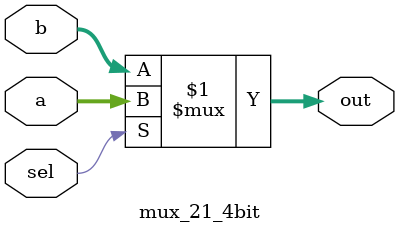
<source format=v>
module mux_21_bit (

    input sel,a,b,
    output out
);
assign out = sel ? a : b ;
    
endmodule

module mux_21_4bit (

    input sel,
    input [3:0] a,
    input [3:0] b,
    output[3:0] out
);
assign out = sel ? a : b ;
    
endmodule

</source>
